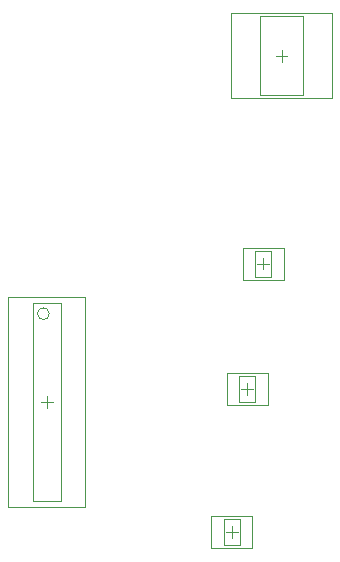
<source format=gm1>
G04 Layer_Color=16711935*
%FSLAX25Y25*%
%MOIN*%
G70*
G01*
G75*
%ADD15C,0.00394*%
%ADD16C,0.00197*%
D15*
X-117940Y74090D02*
G03*
X-117940Y74090I-1969J0D01*
G01*
X-47783Y146911D02*
Y173289D01*
X-33217Y146911D02*
Y173289D01*
X-47783D02*
X-33217D01*
X-47783Y146911D02*
X-33217D01*
X-59758Y-3131D02*
Y5531D01*
X-54443Y-3131D02*
Y5531D01*
X-59758D02*
X-54443D01*
X-59758Y-3131D02*
X-54443D01*
X-54558Y44769D02*
Y53431D01*
X-49242Y44769D02*
Y53431D01*
X-54558D02*
X-49242D01*
X-54558Y44769D02*
X-49242D01*
X-123452Y11492D02*
X-114082D01*
X-123452Y77634D02*
X-114082D01*
Y11492D02*
Y77634D01*
X-123452Y11492D02*
Y77634D01*
X-49257Y86469D02*
Y95131D01*
X-43942Y86469D02*
Y95131D01*
X-49257D02*
X-43942D01*
X-49257Y86469D02*
X-43942D01*
X-42469Y160100D02*
X-38532D01*
X-40500Y158132D02*
Y162068D01*
X-59069Y1200D02*
X-55132D01*
X-57100Y-769D02*
Y3168D01*
X-53869Y49100D02*
X-49931D01*
X-51900Y47131D02*
Y51069D01*
X-118767Y42595D02*
Y46532D01*
X-120735Y44563D02*
X-116798D01*
X-48568Y90800D02*
X-44631D01*
X-46600Y88832D02*
Y92769D01*
D16*
X-57232Y145927D02*
Y174273D01*
X-23768Y145927D02*
Y174273D01*
X-57232D02*
X-23768D01*
X-57232Y145927D02*
X-23768D01*
X-63891Y-4115D02*
Y6515D01*
X-50309Y-4115D02*
Y6515D01*
X-63891D02*
X-50309D01*
X-63891Y-4115D02*
X-50309D01*
X-58691Y43785D02*
Y54415D01*
X-45109Y43785D02*
Y54415D01*
X-58691D02*
X-45109D01*
X-58691Y43785D02*
X-45109D01*
X-131562Y9524D02*
X-105972D01*
X-131562Y79602D02*
X-105972D01*
Y9524D02*
Y79602D01*
X-131562Y9524D02*
Y79602D01*
X-53391Y85485D02*
Y96115D01*
X-39809Y85485D02*
Y96115D01*
X-53391D02*
X-39809D01*
X-53391Y85485D02*
X-39809D01*
M02*

</source>
